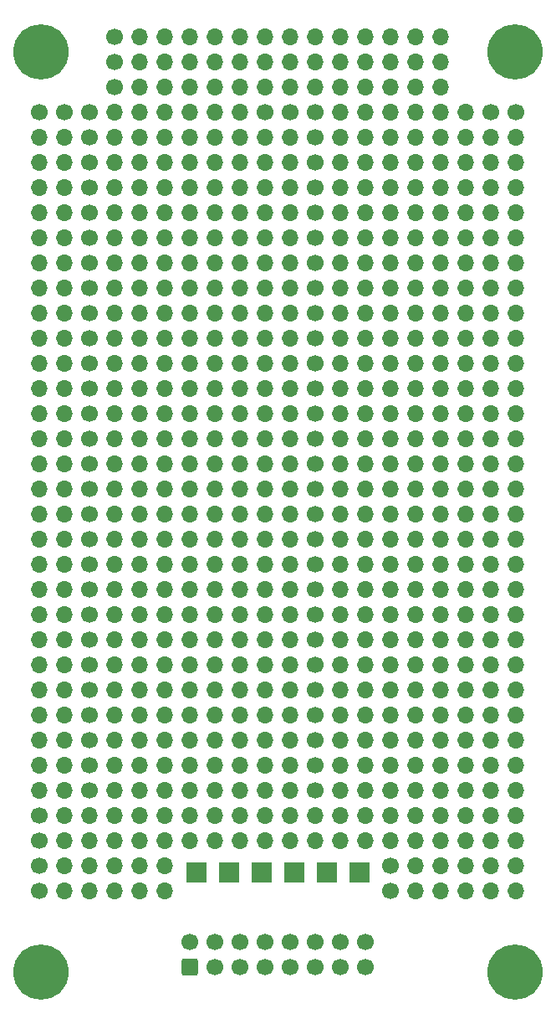
<source format=gbr>
%TF.GenerationSoftware,KiCad,Pcbnew,8.0.3*%
%TF.CreationDate,2024-07-30T20:58:31-04:00*%
%TF.ProjectId,synth-prototyping-pcb,73796e74-682d-4707-926f-746f74797069,1.0.0*%
%TF.SameCoordinates,Original*%
%TF.FileFunction,Copper,L1,Top*%
%TF.FilePolarity,Positive*%
%FSLAX46Y46*%
G04 Gerber Fmt 4.6, Leading zero omitted, Abs format (unit mm)*
G04 Created by KiCad (PCBNEW 8.0.3) date 2024-07-30 20:58:31*
%MOMM*%
%LPD*%
G01*
G04 APERTURE LIST*
G04 Aperture macros list*
%AMRoundRect*
0 Rectangle with rounded corners*
0 $1 Rounding radius*
0 $2 $3 $4 $5 $6 $7 $8 $9 X,Y pos of 4 corners*
0 Add a 4 corners polygon primitive as box body*
4,1,4,$2,$3,$4,$5,$6,$7,$8,$9,$2,$3,0*
0 Add four circle primitives for the rounded corners*
1,1,$1+$1,$2,$3*
1,1,$1+$1,$4,$5*
1,1,$1+$1,$6,$7*
1,1,$1+$1,$8,$9*
0 Add four rect primitives between the rounded corners*
20,1,$1+$1,$2,$3,$4,$5,0*
20,1,$1+$1,$4,$5,$6,$7,0*
20,1,$1+$1,$6,$7,$8,$9,0*
20,1,$1+$1,$8,$9,$2,$3,0*%
G04 Aperture macros list end*
%TA.AperFunction,ComponentPad*%
%ADD10C,1.700000*%
%TD*%
%TA.AperFunction,ComponentPad*%
%ADD11O,1.700000X1.700000*%
%TD*%
%TA.AperFunction,ComponentPad*%
%ADD12R,2.000000X2.000000*%
%TD*%
%TA.AperFunction,ComponentPad*%
%ADD13C,5.600000*%
%TD*%
%TA.AperFunction,ComponentPad*%
%ADD14RoundRect,0.250000X0.600000X-0.600000X0.600000X0.600000X-0.600000X0.600000X-0.600000X-0.600000X0*%
%TD*%
G04 APERTURE END LIST*
D10*
%TO.P,REF\u002A\u002A,1*%
%TO.N,N/C*%
X103352500Y-137520000D03*
D11*
%TO.P,REF\u002A\u002A,2*%
X105892500Y-137520000D03*
%TO.P,REF\u002A\u002A,3*%
X108432500Y-137520000D03*
%TO.P,REF\u002A\u002A,4*%
X110972500Y-137520000D03*
%TO.P,REF\u002A\u002A,5*%
X113512500Y-137520000D03*
%TO.P,REF\u002A\u002A,6*%
X116052500Y-137520000D03*
%TD*%
D10*
%TO.P,REF\u002A\u002A,1*%
%TO.N,N/C*%
X108432500Y-117200000D03*
D11*
%TO.P,REF\u002A\u002A,2*%
X110972500Y-117200000D03*
%TO.P,REF\u002A\u002A,3*%
X113512500Y-117200000D03*
%TO.P,REF\u002A\u002A,4*%
X116052500Y-117200000D03*
%TO.P,REF\u002A\u002A,5*%
X118592500Y-117200000D03*
%TO.P,REF\u002A\u002A,6*%
X121132500Y-117200000D03*
%TO.P,REF\u002A\u002A,7*%
X123672500Y-117200000D03*
%TD*%
D10*
%TO.P,REF\u002A\u002A,1*%
%TO.N,N/C*%
X108432500Y-91800000D03*
D11*
%TO.P,REF\u002A\u002A,2*%
X110972500Y-91800000D03*
%TO.P,REF\u002A\u002A,3*%
X113512500Y-91800000D03*
%TO.P,REF\u002A\u002A,4*%
X116052500Y-91800000D03*
%TO.P,REF\u002A\u002A,5*%
X118592500Y-91800000D03*
%TO.P,REF\u002A\u002A,6*%
X121132500Y-91800000D03*
%TO.P,REF\u002A\u002A,7*%
X123672500Y-91800000D03*
%TD*%
D10*
%TO.P,REF\u002A\u002A,1*%
%TO.N,N/C*%
X131292500Y-91800000D03*
D11*
%TO.P,REF\u002A\u002A,2*%
X133832500Y-91800000D03*
%TO.P,REF\u002A\u002A,3*%
X136372500Y-91800000D03*
%TO.P,REF\u002A\u002A,4*%
X138912500Y-91800000D03*
%TO.P,REF\u002A\u002A,5*%
X141452500Y-91800000D03*
%TO.P,REF\u002A\u002A,6*%
X143992500Y-91800000D03*
%TO.P,REF\u002A\u002A,7*%
X146532500Y-91800000D03*
%TD*%
D10*
%TO.P,REF\u002A\u002A,1*%
%TO.N,N/C*%
X131292500Y-99420000D03*
D11*
%TO.P,REF\u002A\u002A,2*%
X133832500Y-99420000D03*
%TO.P,REF\u002A\u002A,3*%
X136372500Y-99420000D03*
%TO.P,REF\u002A\u002A,4*%
X138912500Y-99420000D03*
%TO.P,REF\u002A\u002A,5*%
X141452500Y-99420000D03*
%TO.P,REF\u002A\u002A,6*%
X143992500Y-99420000D03*
%TO.P,REF\u002A\u002A,7*%
X146532500Y-99420000D03*
%TD*%
D10*
%TO.P,REF\u002A\u002A,1*%
%TO.N,N/C*%
X110972500Y-53700000D03*
D11*
%TO.P,REF\u002A\u002A,2*%
X113512500Y-53700000D03*
%TO.P,REF\u002A\u002A,3*%
X116052500Y-53700000D03*
%TO.P,REF\u002A\u002A,4*%
X118592500Y-53700000D03*
%TO.P,REF\u002A\u002A,5*%
X121132500Y-53700000D03*
%TO.P,REF\u002A\u002A,6*%
X123672500Y-53700000D03*
%TO.P,REF\u002A\u002A,7*%
X126212500Y-53700000D03*
%TO.P,REF\u002A\u002A,8*%
X128752500Y-53700000D03*
%TO.P,REF\u002A\u002A,9*%
X131292500Y-53700000D03*
%TO.P,REF\u002A\u002A,10*%
X133832500Y-53700000D03*
%TO.P,REF\u002A\u002A,11*%
X136372500Y-53700000D03*
%TO.P,REF\u002A\u002A,12*%
X138912500Y-53700000D03*
%TO.P,REF\u002A\u002A,13*%
X141452500Y-53700000D03*
%TO.P,REF\u002A\u002A,14*%
X143992500Y-53700000D03*
%TD*%
D10*
%TO.P,REF\u002A\u002A,1*%
%TO.N,N/C*%
X108432500Y-119740000D03*
D11*
%TO.P,REF\u002A\u002A,2*%
X110972500Y-119740000D03*
%TO.P,REF\u002A\u002A,3*%
X113512500Y-119740000D03*
%TO.P,REF\u002A\u002A,4*%
X116052500Y-119740000D03*
%TO.P,REF\u002A\u002A,5*%
X118592500Y-119740000D03*
%TO.P,REF\u002A\u002A,6*%
X121132500Y-119740000D03*
%TO.P,REF\u002A\u002A,7*%
X123672500Y-119740000D03*
%TD*%
D10*
%TO.P,REF\u002A\u002A,1*%
%TO.N,N/C*%
X131292500Y-89260000D03*
D11*
%TO.P,REF\u002A\u002A,2*%
X133832500Y-89260000D03*
%TO.P,REF\u002A\u002A,3*%
X136372500Y-89260000D03*
%TO.P,REF\u002A\u002A,4*%
X138912500Y-89260000D03*
%TO.P,REF\u002A\u002A,5*%
X141452500Y-89260000D03*
%TO.P,REF\u002A\u002A,6*%
X143992500Y-89260000D03*
%TO.P,REF\u002A\u002A,7*%
X146532500Y-89260000D03*
%TD*%
D10*
%TO.P,REF\u002A\u002A,1*%
%TO.N,N/C*%
X108432500Y-122280000D03*
D11*
%TO.P,REF\u002A\u002A,2*%
X110972500Y-122280000D03*
%TO.P,REF\u002A\u002A,3*%
X113512500Y-122280000D03*
%TO.P,REF\u002A\u002A,4*%
X116052500Y-122280000D03*
%TO.P,REF\u002A\u002A,5*%
X118592500Y-122280000D03*
%TO.P,REF\u002A\u002A,6*%
X121132500Y-122280000D03*
%TO.P,REF\u002A\u002A,7*%
X123672500Y-122280000D03*
%TD*%
D12*
%TO.P,TP5,1,1*%
%TO.N,CV*%
X132435500Y-135615000D03*
%TD*%
%TO.P,TP3,1,1*%
%TO.N,+12V*%
X125831500Y-135615000D03*
%TD*%
D10*
%TO.P,REF\u002A\u002A,1*%
%TO.N,N/C*%
X131292500Y-112120000D03*
D11*
%TO.P,REF\u002A\u002A,2*%
X133832500Y-112120000D03*
%TO.P,REF\u002A\u002A,3*%
X136372500Y-112120000D03*
%TO.P,REF\u002A\u002A,4*%
X138912500Y-112120000D03*
%TO.P,REF\u002A\u002A,5*%
X141452500Y-112120000D03*
%TO.P,REF\u002A\u002A,6*%
X143992500Y-112120000D03*
%TO.P,REF\u002A\u002A,7*%
X146532500Y-112120000D03*
%TD*%
D10*
%TO.P,REF\u002A\u002A,1*%
%TO.N,N/C*%
X128752500Y-58780000D03*
D11*
%TO.P,REF\u002A\u002A,2*%
X128752500Y-61320000D03*
%TO.P,REF\u002A\u002A,3*%
X128752500Y-63860000D03*
%TO.P,REF\u002A\u002A,4*%
X128752500Y-66400000D03*
%TO.P,REF\u002A\u002A,5*%
X128752500Y-68940000D03*
%TO.P,REF\u002A\u002A,6*%
X128752500Y-71480000D03*
%TO.P,REF\u002A\u002A,7*%
X128752500Y-74020000D03*
%TO.P,REF\u002A\u002A,8*%
X128752500Y-76560000D03*
%TO.P,REF\u002A\u002A,9*%
X128752500Y-79100000D03*
%TO.P,REF\u002A\u002A,10*%
X128752500Y-81640000D03*
%TO.P,REF\u002A\u002A,11*%
X128752500Y-84180000D03*
%TO.P,REF\u002A\u002A,12*%
X128752500Y-86720000D03*
%TO.P,REF\u002A\u002A,13*%
X128752500Y-89260000D03*
%TO.P,REF\u002A\u002A,14*%
X128752500Y-91800000D03*
%TO.P,REF\u002A\u002A,15*%
X128752500Y-94340000D03*
%TO.P,REF\u002A\u002A,16*%
X128752500Y-96880000D03*
%TO.P,REF\u002A\u002A,17*%
X128752500Y-99420000D03*
%TO.P,REF\u002A\u002A,18*%
X128752500Y-101960000D03*
%TO.P,REF\u002A\u002A,19*%
X128752500Y-104500000D03*
%TO.P,REF\u002A\u002A,20*%
X128752500Y-107040000D03*
%TO.P,REF\u002A\u002A,21*%
X128752500Y-109580000D03*
%TO.P,REF\u002A\u002A,22*%
X128752500Y-112120000D03*
%TO.P,REF\u002A\u002A,23*%
X128752500Y-114660000D03*
%TO.P,REF\u002A\u002A,24*%
X128752500Y-117200000D03*
%TO.P,REF\u002A\u002A,25*%
X128752500Y-119740000D03*
%TO.P,REF\u002A\u002A,26*%
X128752500Y-122280000D03*
%TO.P,REF\u002A\u002A,27*%
X128752500Y-124820000D03*
%TO.P,REF\u002A\u002A,28*%
X128752500Y-127360000D03*
%TD*%
D10*
%TO.P,REF\u002A\u002A,1*%
%TO.N,N/C*%
X103352500Y-58780000D03*
D11*
%TO.P,REF\u002A\u002A,2*%
X103352500Y-61320000D03*
%TO.P,REF\u002A\u002A,3*%
X103352500Y-63860000D03*
%TO.P,REF\u002A\u002A,4*%
X103352500Y-66400000D03*
%TO.P,REF\u002A\u002A,5*%
X103352500Y-68940000D03*
%TO.P,REF\u002A\u002A,6*%
X103352500Y-71480000D03*
%TO.P,REF\u002A\u002A,7*%
X103352500Y-74020000D03*
%TO.P,REF\u002A\u002A,8*%
X103352500Y-76560000D03*
%TO.P,REF\u002A\u002A,9*%
X103352500Y-79100000D03*
%TO.P,REF\u002A\u002A,10*%
X103352500Y-81640000D03*
%TO.P,REF\u002A\u002A,11*%
X103352500Y-84180000D03*
%TO.P,REF\u002A\u002A,12*%
X103352500Y-86720000D03*
%TO.P,REF\u002A\u002A,13*%
X103352500Y-89260000D03*
%TO.P,REF\u002A\u002A,14*%
X103352500Y-91800000D03*
%TO.P,REF\u002A\u002A,15*%
X103352500Y-94340000D03*
%TO.P,REF\u002A\u002A,16*%
X103352500Y-96880000D03*
%TO.P,REF\u002A\u002A,17*%
X103352500Y-99420000D03*
%TO.P,REF\u002A\u002A,18*%
X103352500Y-101960000D03*
%TO.P,REF\u002A\u002A,19*%
X103352500Y-104500000D03*
%TO.P,REF\u002A\u002A,20*%
X103352500Y-107040000D03*
%TO.P,REF\u002A\u002A,21*%
X103352500Y-109580000D03*
%TO.P,REF\u002A\u002A,22*%
X103352500Y-112120000D03*
%TO.P,REF\u002A\u002A,23*%
X103352500Y-114660000D03*
%TO.P,REF\u002A\u002A,24*%
X103352500Y-117200000D03*
%TO.P,REF\u002A\u002A,25*%
X103352500Y-119740000D03*
%TO.P,REF\u002A\u002A,26*%
X103352500Y-122280000D03*
%TO.P,REF\u002A\u002A,27*%
X103352500Y-124820000D03*
%TO.P,REF\u002A\u002A,28*%
X103352500Y-127360000D03*
%TD*%
D13*
%TO.P,M1,1*%
%TO.N,N/C*%
X103500000Y-145700000D03*
%TD*%
D10*
%TO.P,REF\u002A\u002A,1*%
%TO.N,N/C*%
X108432500Y-94340000D03*
D11*
%TO.P,REF\u002A\u002A,2*%
X110972500Y-94340000D03*
%TO.P,REF\u002A\u002A,3*%
X113512500Y-94340000D03*
%TO.P,REF\u002A\u002A,4*%
X116052500Y-94340000D03*
%TO.P,REF\u002A\u002A,5*%
X118592500Y-94340000D03*
%TO.P,REF\u002A\u002A,6*%
X121132500Y-94340000D03*
%TO.P,REF\u002A\u002A,7*%
X123672500Y-94340000D03*
%TD*%
D10*
%TO.P,REF\u002A\u002A,1*%
%TO.N,N/C*%
X108432500Y-101960000D03*
D11*
%TO.P,REF\u002A\u002A,2*%
X110972500Y-101960000D03*
%TO.P,REF\u002A\u002A,3*%
X113512500Y-101960000D03*
%TO.P,REF\u002A\u002A,4*%
X116052500Y-101960000D03*
%TO.P,REF\u002A\u002A,5*%
X118592500Y-101960000D03*
%TO.P,REF\u002A\u002A,6*%
X121132500Y-101960000D03*
%TO.P,REF\u002A\u002A,7*%
X123672500Y-101960000D03*
%TD*%
D10*
%TO.P,REF\u002A\u002A,1*%
%TO.N,N/C*%
X131292500Y-104500000D03*
D11*
%TO.P,REF\u002A\u002A,2*%
X133832500Y-104500000D03*
%TO.P,REF\u002A\u002A,3*%
X136372500Y-104500000D03*
%TO.P,REF\u002A\u002A,4*%
X138912500Y-104500000D03*
%TO.P,REF\u002A\u002A,5*%
X141452500Y-104500000D03*
%TO.P,REF\u002A\u002A,6*%
X143992500Y-104500000D03*
%TO.P,REF\u002A\u002A,7*%
X146532500Y-104500000D03*
%TD*%
D10*
%TO.P,REF\u002A\u002A,1*%
%TO.N,N/C*%
X108432500Y-68940000D03*
D11*
%TO.P,REF\u002A\u002A,2*%
X110972500Y-68940000D03*
%TO.P,REF\u002A\u002A,3*%
X113512500Y-68940000D03*
%TO.P,REF\u002A\u002A,4*%
X116052500Y-68940000D03*
%TO.P,REF\u002A\u002A,5*%
X118592500Y-68940000D03*
%TO.P,REF\u002A\u002A,6*%
X121132500Y-68940000D03*
%TO.P,REF\u002A\u002A,7*%
X123672500Y-68940000D03*
%TD*%
D10*
%TO.P,REF\u002A\u002A,1*%
%TO.N,N/C*%
X138912500Y-134980000D03*
D11*
%TO.P,REF\u002A\u002A,2*%
X141452500Y-134980000D03*
%TO.P,REF\u002A\u002A,3*%
X143992500Y-134980000D03*
%TO.P,REF\u002A\u002A,4*%
X146532500Y-134980000D03*
%TO.P,REF\u002A\u002A,5*%
X149072500Y-134980000D03*
%TO.P,REF\u002A\u002A,6*%
X151612500Y-134980000D03*
%TD*%
D10*
%TO.P,REF\u002A\u002A,1*%
%TO.N,N/C*%
X131292500Y-94340000D03*
D11*
%TO.P,REF\u002A\u002A,2*%
X133832500Y-94340000D03*
%TO.P,REF\u002A\u002A,3*%
X136372500Y-94340000D03*
%TO.P,REF\u002A\u002A,4*%
X138912500Y-94340000D03*
%TO.P,REF\u002A\u002A,5*%
X141452500Y-94340000D03*
%TO.P,REF\u002A\u002A,6*%
X143992500Y-94340000D03*
%TO.P,REF\u002A\u002A,7*%
X146532500Y-94340000D03*
%TD*%
D10*
%TO.P,REF\u002A\u002A,1*%
%TO.N,N/C*%
X108432500Y-99420000D03*
D11*
%TO.P,REF\u002A\u002A,2*%
X110972500Y-99420000D03*
%TO.P,REF\u002A\u002A,3*%
X113512500Y-99420000D03*
%TO.P,REF\u002A\u002A,4*%
X116052500Y-99420000D03*
%TO.P,REF\u002A\u002A,5*%
X118592500Y-99420000D03*
%TO.P,REF\u002A\u002A,6*%
X121132500Y-99420000D03*
%TO.P,REF\u002A\u002A,7*%
X123672500Y-99420000D03*
%TD*%
D10*
%TO.P,REF\u002A\u002A,1*%
%TO.N,N/C*%
X131292500Y-63860000D03*
D11*
%TO.P,REF\u002A\u002A,2*%
X133832500Y-63860000D03*
%TO.P,REF\u002A\u002A,3*%
X136372500Y-63860000D03*
%TO.P,REF\u002A\u002A,4*%
X138912500Y-63860000D03*
%TO.P,REF\u002A\u002A,5*%
X141452500Y-63860000D03*
%TO.P,REF\u002A\u002A,6*%
X143992500Y-63860000D03*
%TO.P,REF\u002A\u002A,7*%
X146532500Y-63860000D03*
%TD*%
D14*
%TO.P,J1,1,Pin_1*%
%TO.N,-12V*%
X118592500Y-145240000D03*
D10*
%TO.P,J1,2,Pin_2*%
X118592500Y-142700000D03*
%TO.P,J1,3,Pin_3*%
%TO.N,GND*%
X121132500Y-145240000D03*
%TO.P,J1,4,Pin_4*%
X121132500Y-142700000D03*
%TO.P,J1,5,Pin_5*%
X123672500Y-145240000D03*
%TO.P,J1,6,Pin_6*%
X123672500Y-142700000D03*
%TO.P,J1,7,Pin_7*%
X126212500Y-145240000D03*
%TO.P,J1,8,Pin_8*%
X126212500Y-142700000D03*
%TO.P,J1,9,Pin_9*%
%TO.N,+12V*%
X128752500Y-145240000D03*
%TO.P,J1,10,Pin_10*%
X128752500Y-142700000D03*
%TO.P,J1,11,Pin_11*%
%TO.N,+5V*%
X131292500Y-145240000D03*
%TO.P,J1,12,Pin_12*%
X131292500Y-142700000D03*
%TO.P,J1,13,Pin_13*%
%TO.N,CV*%
X133832500Y-145240000D03*
%TO.P,J1,14,Pin_14*%
X133832500Y-142700000D03*
%TO.P,J1,15,Pin_15*%
%TO.N,GATE*%
X136372500Y-145240000D03*
%TO.P,J1,16,Pin_16*%
X136372500Y-142700000D03*
%TD*%
%TO.P,REF\u002A\u002A,1*%
%TO.N,N/C*%
X108432500Y-74020000D03*
D11*
%TO.P,REF\u002A\u002A,2*%
X110972500Y-74020000D03*
%TO.P,REF\u002A\u002A,3*%
X113512500Y-74020000D03*
%TO.P,REF\u002A\u002A,4*%
X116052500Y-74020000D03*
%TO.P,REF\u002A\u002A,5*%
X118592500Y-74020000D03*
%TO.P,REF\u002A\u002A,6*%
X121132500Y-74020000D03*
%TO.P,REF\u002A\u002A,7*%
X123672500Y-74020000D03*
%TD*%
D10*
%TO.P,REF\u002A\u002A,1*%
%TO.N,N/C*%
X108432500Y-114660000D03*
D11*
%TO.P,REF\u002A\u002A,2*%
X110972500Y-114660000D03*
%TO.P,REF\u002A\u002A,3*%
X113512500Y-114660000D03*
%TO.P,REF\u002A\u002A,4*%
X116052500Y-114660000D03*
%TO.P,REF\u002A\u002A,5*%
X118592500Y-114660000D03*
%TO.P,REF\u002A\u002A,6*%
X121132500Y-114660000D03*
%TO.P,REF\u002A\u002A,7*%
X123672500Y-114660000D03*
%TD*%
D10*
%TO.P,REF\u002A\u002A,1*%
%TO.N,N/C*%
X131292500Y-76560000D03*
D11*
%TO.P,REF\u002A\u002A,2*%
X133832500Y-76560000D03*
%TO.P,REF\u002A\u002A,3*%
X136372500Y-76560000D03*
%TO.P,REF\u002A\u002A,4*%
X138912500Y-76560000D03*
%TO.P,REF\u002A\u002A,5*%
X141452500Y-76560000D03*
%TO.P,REF\u002A\u002A,6*%
X143992500Y-76560000D03*
%TO.P,REF\u002A\u002A,7*%
X146532500Y-76560000D03*
%TD*%
D10*
%TO.P,REF\u002A\u002A,1*%
%TO.N,N/C*%
X131292500Y-84180000D03*
D11*
%TO.P,REF\u002A\u002A,2*%
X133832500Y-84180000D03*
%TO.P,REF\u002A\u002A,3*%
X136372500Y-84180000D03*
%TO.P,REF\u002A\u002A,4*%
X138912500Y-84180000D03*
%TO.P,REF\u002A\u002A,5*%
X141452500Y-84180000D03*
%TO.P,REF\u002A\u002A,6*%
X143992500Y-84180000D03*
%TO.P,REF\u002A\u002A,7*%
X146532500Y-84180000D03*
%TD*%
D10*
%TO.P,REF\u002A\u002A,1*%
%TO.N,N/C*%
X108432500Y-112120000D03*
D11*
%TO.P,REF\u002A\u002A,2*%
X110972500Y-112120000D03*
%TO.P,REF\u002A\u002A,3*%
X113512500Y-112120000D03*
%TO.P,REF\u002A\u002A,4*%
X116052500Y-112120000D03*
%TO.P,REF\u002A\u002A,5*%
X118592500Y-112120000D03*
%TO.P,REF\u002A\u002A,6*%
X121132500Y-112120000D03*
%TO.P,REF\u002A\u002A,7*%
X123672500Y-112120000D03*
%TD*%
D10*
%TO.P,REF\u002A\u002A,1*%
%TO.N,N/C*%
X108432500Y-127360000D03*
D11*
%TO.P,REF\u002A\u002A,2*%
X110972500Y-127360000D03*
%TO.P,REF\u002A\u002A,3*%
X113512500Y-127360000D03*
%TO.P,REF\u002A\u002A,4*%
X116052500Y-127360000D03*
%TO.P,REF\u002A\u002A,5*%
X118592500Y-127360000D03*
%TO.P,REF\u002A\u002A,6*%
X121132500Y-127360000D03*
%TO.P,REF\u002A\u002A,7*%
X123672500Y-127360000D03*
%TD*%
D10*
%TO.P,REF\u002A\u002A,1*%
%TO.N,N/C*%
X131292500Y-68940000D03*
D11*
%TO.P,REF\u002A\u002A,2*%
X133832500Y-68940000D03*
%TO.P,REF\u002A\u002A,3*%
X136372500Y-68940000D03*
%TO.P,REF\u002A\u002A,4*%
X138912500Y-68940000D03*
%TO.P,REF\u002A\u002A,5*%
X141452500Y-68940000D03*
%TO.P,REF\u002A\u002A,6*%
X143992500Y-68940000D03*
%TO.P,REF\u002A\u002A,7*%
X146532500Y-68940000D03*
%TD*%
D10*
%TO.P,REF\u002A\u002A,1*%
%TO.N,N/C*%
X108432500Y-107040000D03*
D11*
%TO.P,REF\u002A\u002A,2*%
X110972500Y-107040000D03*
%TO.P,REF\u002A\u002A,3*%
X113512500Y-107040000D03*
%TO.P,REF\u002A\u002A,4*%
X116052500Y-107040000D03*
%TO.P,REF\u002A\u002A,5*%
X118592500Y-107040000D03*
%TO.P,REF\u002A\u002A,6*%
X121132500Y-107040000D03*
%TO.P,REF\u002A\u002A,7*%
X123672500Y-107040000D03*
%TD*%
D10*
%TO.P,REF\u002A\u002A,1*%
%TO.N,N/C*%
X131292500Y-109580000D03*
D11*
%TO.P,REF\u002A\u002A,2*%
X133832500Y-109580000D03*
%TO.P,REF\u002A\u002A,3*%
X136372500Y-109580000D03*
%TO.P,REF\u002A\u002A,4*%
X138912500Y-109580000D03*
%TO.P,REF\u002A\u002A,5*%
X141452500Y-109580000D03*
%TO.P,REF\u002A\u002A,6*%
X143992500Y-109580000D03*
%TO.P,REF\u002A\u002A,7*%
X146532500Y-109580000D03*
%TD*%
D10*
%TO.P,REF\u002A\u002A,1*%
%TO.N,N/C*%
X108432500Y-79100000D03*
D11*
%TO.P,REF\u002A\u002A,2*%
X110972500Y-79100000D03*
%TO.P,REF\u002A\u002A,3*%
X113512500Y-79100000D03*
%TO.P,REF\u002A\u002A,4*%
X116052500Y-79100000D03*
%TO.P,REF\u002A\u002A,5*%
X118592500Y-79100000D03*
%TO.P,REF\u002A\u002A,6*%
X121132500Y-79100000D03*
%TO.P,REF\u002A\u002A,7*%
X123672500Y-79100000D03*
%TD*%
D10*
%TO.P,REF\u002A\u002A,1*%
%TO.N,N/C*%
X131292500Y-122280000D03*
D11*
%TO.P,REF\u002A\u002A,2*%
X133832500Y-122280000D03*
%TO.P,REF\u002A\u002A,3*%
X136372500Y-122280000D03*
%TO.P,REF\u002A\u002A,4*%
X138912500Y-122280000D03*
%TO.P,REF\u002A\u002A,5*%
X141452500Y-122280000D03*
%TO.P,REF\u002A\u002A,6*%
X143992500Y-122280000D03*
%TO.P,REF\u002A\u002A,7*%
X146532500Y-122280000D03*
%TD*%
D10*
%TO.P,REF\u002A\u002A,1*%
%TO.N,N/C*%
X108432500Y-86720000D03*
D11*
%TO.P,REF\u002A\u002A,2*%
X110972500Y-86720000D03*
%TO.P,REF\u002A\u002A,3*%
X113512500Y-86720000D03*
%TO.P,REF\u002A\u002A,4*%
X116052500Y-86720000D03*
%TO.P,REF\u002A\u002A,5*%
X118592500Y-86720000D03*
%TO.P,REF\u002A\u002A,6*%
X121132500Y-86720000D03*
%TO.P,REF\u002A\u002A,7*%
X123672500Y-86720000D03*
%TD*%
D10*
%TO.P,REF\u002A\u002A,1*%
%TO.N,N/C*%
X108432500Y-84180000D03*
D11*
%TO.P,REF\u002A\u002A,2*%
X110972500Y-84180000D03*
%TO.P,REF\u002A\u002A,3*%
X113512500Y-84180000D03*
%TO.P,REF\u002A\u002A,4*%
X116052500Y-84180000D03*
%TO.P,REF\u002A\u002A,5*%
X118592500Y-84180000D03*
%TO.P,REF\u002A\u002A,6*%
X121132500Y-84180000D03*
%TO.P,REF\u002A\u002A,7*%
X123672500Y-84180000D03*
%TD*%
D10*
%TO.P,REF\u002A\u002A,1*%
%TO.N,N/C*%
X108432500Y-61320000D03*
D11*
%TO.P,REF\u002A\u002A,2*%
X110972500Y-61320000D03*
%TO.P,REF\u002A\u002A,3*%
X113512500Y-61320000D03*
%TO.P,REF\u002A\u002A,4*%
X116052500Y-61320000D03*
%TO.P,REF\u002A\u002A,5*%
X118592500Y-61320000D03*
%TO.P,REF\u002A\u002A,6*%
X121132500Y-61320000D03*
%TO.P,REF\u002A\u002A,7*%
X123672500Y-61320000D03*
%TD*%
D10*
%TO.P,REF\u002A\u002A,1*%
%TO.N,N/C*%
X131292500Y-74020000D03*
D11*
%TO.P,REF\u002A\u002A,2*%
X133832500Y-74020000D03*
%TO.P,REF\u002A\u002A,3*%
X136372500Y-74020000D03*
%TO.P,REF\u002A\u002A,4*%
X138912500Y-74020000D03*
%TO.P,REF\u002A\u002A,5*%
X141452500Y-74020000D03*
%TO.P,REF\u002A\u002A,6*%
X143992500Y-74020000D03*
%TO.P,REF\u002A\u002A,7*%
X146532500Y-74020000D03*
%TD*%
D13*
%TO.P,M1,1*%
%TO.N,N/C*%
X151500000Y-145700000D03*
%TD*%
D10*
%TO.P,REF\u002A\u002A,1*%
%TO.N,N/C*%
X131292500Y-107040000D03*
D11*
%TO.P,REF\u002A\u002A,2*%
X133832500Y-107040000D03*
%TO.P,REF\u002A\u002A,3*%
X136372500Y-107040000D03*
%TO.P,REF\u002A\u002A,4*%
X138912500Y-107040000D03*
%TO.P,REF\u002A\u002A,5*%
X141452500Y-107040000D03*
%TO.P,REF\u002A\u002A,6*%
X143992500Y-107040000D03*
%TO.P,REF\u002A\u002A,7*%
X146532500Y-107040000D03*
%TD*%
D12*
%TO.P,TP2,1,1*%
%TO.N,GND*%
X122529500Y-135615000D03*
%TD*%
D10*
%TO.P,REF\u002A\u002A,1*%
%TO.N,N/C*%
X110972500Y-56240000D03*
D11*
%TO.P,REF\u002A\u002A,2*%
X113512500Y-56240000D03*
%TO.P,REF\u002A\u002A,3*%
X116052500Y-56240000D03*
%TO.P,REF\u002A\u002A,4*%
X118592500Y-56240000D03*
%TO.P,REF\u002A\u002A,5*%
X121132500Y-56240000D03*
%TO.P,REF\u002A\u002A,6*%
X123672500Y-56240000D03*
%TO.P,REF\u002A\u002A,7*%
X126212500Y-56240000D03*
%TO.P,REF\u002A\u002A,8*%
X128752500Y-56240000D03*
%TO.P,REF\u002A\u002A,9*%
X131292500Y-56240000D03*
%TO.P,REF\u002A\u002A,10*%
X133832500Y-56240000D03*
%TO.P,REF\u002A\u002A,11*%
X136372500Y-56240000D03*
%TO.P,REF\u002A\u002A,12*%
X138912500Y-56240000D03*
%TO.P,REF\u002A\u002A,13*%
X141452500Y-56240000D03*
%TO.P,REF\u002A\u002A,14*%
X143992500Y-56240000D03*
%TD*%
D10*
%TO.P,REF\u002A\u002A,1*%
%TO.N,N/C*%
X131292500Y-86720000D03*
D11*
%TO.P,REF\u002A\u002A,2*%
X133832500Y-86720000D03*
%TO.P,REF\u002A\u002A,3*%
X136372500Y-86720000D03*
%TO.P,REF\u002A\u002A,4*%
X138912500Y-86720000D03*
%TO.P,REF\u002A\u002A,5*%
X141452500Y-86720000D03*
%TO.P,REF\u002A\u002A,6*%
X143992500Y-86720000D03*
%TO.P,REF\u002A\u002A,7*%
X146532500Y-86720000D03*
%TD*%
D10*
%TO.P,REF\u002A\u002A,1*%
%TO.N,N/C*%
X108432500Y-66400000D03*
D11*
%TO.P,REF\u002A\u002A,2*%
X110972500Y-66400000D03*
%TO.P,REF\u002A\u002A,3*%
X113512500Y-66400000D03*
%TO.P,REF\u002A\u002A,4*%
X116052500Y-66400000D03*
%TO.P,REF\u002A\u002A,5*%
X118592500Y-66400000D03*
%TO.P,REF\u002A\u002A,6*%
X121132500Y-66400000D03*
%TO.P,REF\u002A\u002A,7*%
X123672500Y-66400000D03*
%TD*%
D13*
%TO.P,M1,1*%
%TO.N,N/C*%
X103500000Y-52700000D03*
%TD*%
D10*
%TO.P,REF\u002A\u002A,1*%
%TO.N,N/C*%
X131292500Y-96880000D03*
D11*
%TO.P,REF\u002A\u002A,2*%
X133832500Y-96880000D03*
%TO.P,REF\u002A\u002A,3*%
X136372500Y-96880000D03*
%TO.P,REF\u002A\u002A,4*%
X138912500Y-96880000D03*
%TO.P,REF\u002A\u002A,5*%
X141452500Y-96880000D03*
%TO.P,REF\u002A\u002A,6*%
X143992500Y-96880000D03*
%TO.P,REF\u002A\u002A,7*%
X146532500Y-96880000D03*
%TD*%
D10*
%TO.P,REF\u002A\u002A,1*%
%TO.N,N/C*%
X131292500Y-71480000D03*
D11*
%TO.P,REF\u002A\u002A,2*%
X133832500Y-71480000D03*
%TO.P,REF\u002A\u002A,3*%
X136372500Y-71480000D03*
%TO.P,REF\u002A\u002A,4*%
X138912500Y-71480000D03*
%TO.P,REF\u002A\u002A,5*%
X141452500Y-71480000D03*
%TO.P,REF\u002A\u002A,6*%
X143992500Y-71480000D03*
%TO.P,REF\u002A\u002A,7*%
X146532500Y-71480000D03*
%TD*%
D10*
%TO.P,REF\u002A\u002A,1*%
%TO.N,N/C*%
X131292500Y-58780000D03*
D11*
%TO.P,REF\u002A\u002A,2*%
X133832500Y-58780000D03*
%TO.P,REF\u002A\u002A,3*%
X136372500Y-58780000D03*
%TO.P,REF\u002A\u002A,4*%
X138912500Y-58780000D03*
%TO.P,REF\u002A\u002A,5*%
X141452500Y-58780000D03*
%TO.P,REF\u002A\u002A,6*%
X143992500Y-58780000D03*
%TO.P,REF\u002A\u002A,7*%
X146532500Y-58780000D03*
%TD*%
D10*
%TO.P,REF\u002A\u002A,1*%
%TO.N,N/C*%
X108432500Y-81640000D03*
D11*
%TO.P,REF\u002A\u002A,2*%
X110972500Y-81640000D03*
%TO.P,REF\u002A\u002A,3*%
X113512500Y-81640000D03*
%TO.P,REF\u002A\u002A,4*%
X116052500Y-81640000D03*
%TO.P,REF\u002A\u002A,5*%
X118592500Y-81640000D03*
%TO.P,REF\u002A\u002A,6*%
X121132500Y-81640000D03*
%TO.P,REF\u002A\u002A,7*%
X123672500Y-81640000D03*
%TD*%
D10*
%TO.P,REF\u002A\u002A,1*%
%TO.N,N/C*%
X151612500Y-58780000D03*
D11*
%TO.P,REF\u002A\u002A,2*%
X151612500Y-61320000D03*
%TO.P,REF\u002A\u002A,3*%
X151612500Y-63860000D03*
%TO.P,REF\u002A\u002A,4*%
X151612500Y-66400000D03*
%TO.P,REF\u002A\u002A,5*%
X151612500Y-68940000D03*
%TO.P,REF\u002A\u002A,6*%
X151612500Y-71480000D03*
%TO.P,REF\u002A\u002A,7*%
X151612500Y-74020000D03*
%TO.P,REF\u002A\u002A,8*%
X151612500Y-76560000D03*
%TO.P,REF\u002A\u002A,9*%
X151612500Y-79100000D03*
%TO.P,REF\u002A\u002A,10*%
X151612500Y-81640000D03*
%TO.P,REF\u002A\u002A,11*%
X151612500Y-84180000D03*
%TO.P,REF\u002A\u002A,12*%
X151612500Y-86720000D03*
%TO.P,REF\u002A\u002A,13*%
X151612500Y-89260000D03*
%TO.P,REF\u002A\u002A,14*%
X151612500Y-91800000D03*
%TO.P,REF\u002A\u002A,15*%
X151612500Y-94340000D03*
%TO.P,REF\u002A\u002A,16*%
X151612500Y-96880000D03*
%TO.P,REF\u002A\u002A,17*%
X151612500Y-99420000D03*
%TO.P,REF\u002A\u002A,18*%
X151612500Y-101960000D03*
%TO.P,REF\u002A\u002A,19*%
X151612500Y-104500000D03*
%TO.P,REF\u002A\u002A,20*%
X151612500Y-107040000D03*
%TO.P,REF\u002A\u002A,21*%
X151612500Y-109580000D03*
%TO.P,REF\u002A\u002A,22*%
X151612500Y-112120000D03*
%TO.P,REF\u002A\u002A,23*%
X151612500Y-114660000D03*
%TO.P,REF\u002A\u002A,24*%
X151612500Y-117200000D03*
%TO.P,REF\u002A\u002A,25*%
X151612500Y-119740000D03*
%TO.P,REF\u002A\u002A,26*%
X151612500Y-122280000D03*
%TO.P,REF\u002A\u002A,27*%
X151612500Y-124820000D03*
%TO.P,REF\u002A\u002A,28*%
X151612500Y-127360000D03*
%TD*%
D12*
%TO.P,TP1,1,1*%
%TO.N,+5V*%
X129133500Y-135615000D03*
%TD*%
D13*
%TO.P,M1,1*%
%TO.N,N/C*%
X151500000Y-52700000D03*
%TD*%
D10*
%TO.P,REF\u002A\u002A,1*%
%TO.N,N/C*%
X149072500Y-58780000D03*
D11*
%TO.P,REF\u002A\u002A,2*%
X149072500Y-61320000D03*
%TO.P,REF\u002A\u002A,3*%
X149072500Y-63860000D03*
%TO.P,REF\u002A\u002A,4*%
X149072500Y-66400000D03*
%TO.P,REF\u002A\u002A,5*%
X149072500Y-68940000D03*
%TO.P,REF\u002A\u002A,6*%
X149072500Y-71480000D03*
%TO.P,REF\u002A\u002A,7*%
X149072500Y-74020000D03*
%TO.P,REF\u002A\u002A,8*%
X149072500Y-76560000D03*
%TO.P,REF\u002A\u002A,9*%
X149072500Y-79100000D03*
%TO.P,REF\u002A\u002A,10*%
X149072500Y-81640000D03*
%TO.P,REF\u002A\u002A,11*%
X149072500Y-84180000D03*
%TO.P,REF\u002A\u002A,12*%
X149072500Y-86720000D03*
%TO.P,REF\u002A\u002A,13*%
X149072500Y-89260000D03*
%TO.P,REF\u002A\u002A,14*%
X149072500Y-91800000D03*
%TO.P,REF\u002A\u002A,15*%
X149072500Y-94340000D03*
%TO.P,REF\u002A\u002A,16*%
X149072500Y-96880000D03*
%TO.P,REF\u002A\u002A,17*%
X149072500Y-99420000D03*
%TO.P,REF\u002A\u002A,18*%
X149072500Y-101960000D03*
%TO.P,REF\u002A\u002A,19*%
X149072500Y-104500000D03*
%TO.P,REF\u002A\u002A,20*%
X149072500Y-107040000D03*
%TO.P,REF\u002A\u002A,21*%
X149072500Y-109580000D03*
%TO.P,REF\u002A\u002A,22*%
X149072500Y-112120000D03*
%TO.P,REF\u002A\u002A,23*%
X149072500Y-114660000D03*
%TO.P,REF\u002A\u002A,24*%
X149072500Y-117200000D03*
%TO.P,REF\u002A\u002A,25*%
X149072500Y-119740000D03*
%TO.P,REF\u002A\u002A,26*%
X149072500Y-122280000D03*
%TO.P,REF\u002A\u002A,27*%
X149072500Y-124820000D03*
%TO.P,REF\u002A\u002A,28*%
X149072500Y-127360000D03*
%TD*%
D10*
%TO.P,REF\u002A\u002A,1*%
%TO.N,N/C*%
X103352500Y-132440000D03*
D11*
%TO.P,REF\u002A\u002A,2*%
X105892500Y-132440000D03*
%TO.P,REF\u002A\u002A,3*%
X108432500Y-132440000D03*
%TO.P,REF\u002A\u002A,4*%
X110972500Y-132440000D03*
%TO.P,REF\u002A\u002A,5*%
X113512500Y-132440000D03*
%TO.P,REF\u002A\u002A,6*%
X116052500Y-132440000D03*
%TO.P,REF\u002A\u002A,7*%
X118592500Y-132440000D03*
%TO.P,REF\u002A\u002A,8*%
X121132500Y-132440000D03*
%TO.P,REF\u002A\u002A,9*%
X123672500Y-132440000D03*
%TO.P,REF\u002A\u002A,10*%
X126212500Y-132440000D03*
%TO.P,REF\u002A\u002A,11*%
X128752500Y-132440000D03*
%TO.P,REF\u002A\u002A,12*%
X131292500Y-132440000D03*
%TO.P,REF\u002A\u002A,13*%
X133832500Y-132440000D03*
%TO.P,REF\u002A\u002A,14*%
X136372500Y-132440000D03*
%TO.P,REF\u002A\u002A,15*%
X138912500Y-132440000D03*
%TO.P,REF\u002A\u002A,16*%
X141452500Y-132440000D03*
%TO.P,REF\u002A\u002A,17*%
X143992500Y-132440000D03*
%TO.P,REF\u002A\u002A,18*%
X146532500Y-132440000D03*
%TO.P,REF\u002A\u002A,19*%
X149072500Y-132440000D03*
%TO.P,REF\u002A\u002A,20*%
X151612500Y-132440000D03*
%TD*%
D10*
%TO.P,REF\u002A\u002A,1*%
%TO.N,N/C*%
X131292500Y-81640000D03*
D11*
%TO.P,REF\u002A\u002A,2*%
X133832500Y-81640000D03*
%TO.P,REF\u002A\u002A,3*%
X136372500Y-81640000D03*
%TO.P,REF\u002A\u002A,4*%
X138912500Y-81640000D03*
%TO.P,REF\u002A\u002A,5*%
X141452500Y-81640000D03*
%TO.P,REF\u002A\u002A,6*%
X143992500Y-81640000D03*
%TO.P,REF\u002A\u002A,7*%
X146532500Y-81640000D03*
%TD*%
D10*
%TO.P,REF\u002A\u002A,1*%
%TO.N,N/C*%
X103352500Y-129900000D03*
D11*
%TO.P,REF\u002A\u002A,2*%
X105892500Y-129900000D03*
%TO.P,REF\u002A\u002A,3*%
X108432500Y-129900000D03*
%TO.P,REF\u002A\u002A,4*%
X110972500Y-129900000D03*
%TO.P,REF\u002A\u002A,5*%
X113512500Y-129900000D03*
%TO.P,REF\u002A\u002A,6*%
X116052500Y-129900000D03*
%TO.P,REF\u002A\u002A,7*%
X118592500Y-129900000D03*
%TO.P,REF\u002A\u002A,8*%
X121132500Y-129900000D03*
%TO.P,REF\u002A\u002A,9*%
X123672500Y-129900000D03*
%TO.P,REF\u002A\u002A,10*%
X126212500Y-129900000D03*
%TO.P,REF\u002A\u002A,11*%
X128752500Y-129900000D03*
%TO.P,REF\u002A\u002A,12*%
X131292500Y-129900000D03*
%TO.P,REF\u002A\u002A,13*%
X133832500Y-129900000D03*
%TO.P,REF\u002A\u002A,14*%
X136372500Y-129900000D03*
%TO.P,REF\u002A\u002A,15*%
X138912500Y-129900000D03*
%TO.P,REF\u002A\u002A,16*%
X141452500Y-129900000D03*
%TO.P,REF\u002A\u002A,17*%
X143992500Y-129900000D03*
%TO.P,REF\u002A\u002A,18*%
X146532500Y-129900000D03*
%TO.P,REF\u002A\u002A,19*%
X149072500Y-129900000D03*
%TO.P,REF\u002A\u002A,20*%
X151612500Y-129900000D03*
%TD*%
D10*
%TO.P,REF\u002A\u002A,1*%
%TO.N,N/C*%
X108432500Y-104500000D03*
D11*
%TO.P,REF\u002A\u002A,2*%
X110972500Y-104500000D03*
%TO.P,REF\u002A\u002A,3*%
X113512500Y-104500000D03*
%TO.P,REF\u002A\u002A,4*%
X116052500Y-104500000D03*
%TO.P,REF\u002A\u002A,5*%
X118592500Y-104500000D03*
%TO.P,REF\u002A\u002A,6*%
X121132500Y-104500000D03*
%TO.P,REF\u002A\u002A,7*%
X123672500Y-104500000D03*
%TD*%
D10*
%TO.P,REF\u002A\u002A,1*%
%TO.N,N/C*%
X131292500Y-124820000D03*
D11*
%TO.P,REF\u002A\u002A,2*%
X133832500Y-124820000D03*
%TO.P,REF\u002A\u002A,3*%
X136372500Y-124820000D03*
%TO.P,REF\u002A\u002A,4*%
X138912500Y-124820000D03*
%TO.P,REF\u002A\u002A,5*%
X141452500Y-124820000D03*
%TO.P,REF\u002A\u002A,6*%
X143992500Y-124820000D03*
%TO.P,REF\u002A\u002A,7*%
X146532500Y-124820000D03*
%TD*%
D10*
%TO.P,REF\u002A\u002A,1*%
%TO.N,N/C*%
X103327500Y-134980000D03*
D11*
%TO.P,REF\u002A\u002A,2*%
X105867500Y-134980000D03*
%TO.P,REF\u002A\u002A,3*%
X108407500Y-134980000D03*
%TO.P,REF\u002A\u002A,4*%
X110947500Y-134980000D03*
%TO.P,REF\u002A\u002A,5*%
X113487500Y-134980000D03*
%TO.P,REF\u002A\u002A,6*%
X116027500Y-134980000D03*
%TD*%
D10*
%TO.P,REF\u002A\u002A,1*%
%TO.N,N/C*%
X108432500Y-76560000D03*
D11*
%TO.P,REF\u002A\u002A,2*%
X110972500Y-76560000D03*
%TO.P,REF\u002A\u002A,3*%
X113512500Y-76560000D03*
%TO.P,REF\u002A\u002A,4*%
X116052500Y-76560000D03*
%TO.P,REF\u002A\u002A,5*%
X118592500Y-76560000D03*
%TO.P,REF\u002A\u002A,6*%
X121132500Y-76560000D03*
%TO.P,REF\u002A\u002A,7*%
X123672500Y-76560000D03*
%TD*%
D10*
%TO.P,REF\u002A\u002A,1*%
%TO.N,N/C*%
X131292500Y-117200000D03*
D11*
%TO.P,REF\u002A\u002A,2*%
X133832500Y-117200000D03*
%TO.P,REF\u002A\u002A,3*%
X136372500Y-117200000D03*
%TO.P,REF\u002A\u002A,4*%
X138912500Y-117200000D03*
%TO.P,REF\u002A\u002A,5*%
X141452500Y-117200000D03*
%TO.P,REF\u002A\u002A,6*%
X143992500Y-117200000D03*
%TO.P,REF\u002A\u002A,7*%
X146532500Y-117200000D03*
%TD*%
D10*
%TO.P,REF\u002A\u002A,1*%
%TO.N,N/C*%
X138912500Y-137520000D03*
D11*
%TO.P,REF\u002A\u002A,2*%
X141452500Y-137520000D03*
%TO.P,REF\u002A\u002A,3*%
X143992500Y-137520000D03*
%TO.P,REF\u002A\u002A,4*%
X146532500Y-137520000D03*
%TO.P,REF\u002A\u002A,5*%
X149072500Y-137520000D03*
%TO.P,REF\u002A\u002A,6*%
X151612500Y-137520000D03*
%TD*%
D10*
%TO.P,REF\u002A\u002A,1*%
%TO.N,N/C*%
X131292500Y-127360000D03*
D11*
%TO.P,REF\u002A\u002A,2*%
X133832500Y-127360000D03*
%TO.P,REF\u002A\u002A,3*%
X136372500Y-127360000D03*
%TO.P,REF\u002A\u002A,4*%
X138912500Y-127360000D03*
%TO.P,REF\u002A\u002A,5*%
X141452500Y-127360000D03*
%TO.P,REF\u002A\u002A,6*%
X143992500Y-127360000D03*
%TO.P,REF\u002A\u002A,7*%
X146532500Y-127360000D03*
%TD*%
D10*
%TO.P,REF\u002A\u002A,1*%
%TO.N,N/C*%
X110972500Y-51160000D03*
D11*
%TO.P,REF\u002A\u002A,2*%
X113512500Y-51160000D03*
%TO.P,REF\u002A\u002A,3*%
X116052500Y-51160000D03*
%TO.P,REF\u002A\u002A,4*%
X118592500Y-51160000D03*
%TO.P,REF\u002A\u002A,5*%
X121132500Y-51160000D03*
%TO.P,REF\u002A\u002A,6*%
X123672500Y-51160000D03*
%TO.P,REF\u002A\u002A,7*%
X126212500Y-51160000D03*
%TO.P,REF\u002A\u002A,8*%
X128752500Y-51160000D03*
%TO.P,REF\u002A\u002A,9*%
X131292500Y-51160000D03*
%TO.P,REF\u002A\u002A,10*%
X133832500Y-51160000D03*
%TO.P,REF\u002A\u002A,11*%
X136372500Y-51160000D03*
%TO.P,REF\u002A\u002A,12*%
X138912500Y-51160000D03*
%TO.P,REF\u002A\u002A,13*%
X141452500Y-51160000D03*
%TO.P,REF\u002A\u002A,14*%
X143992500Y-51160000D03*
%TD*%
D10*
%TO.P,REF\u002A\u002A,1*%
%TO.N,N/C*%
X108432500Y-58780000D03*
D11*
%TO.P,REF\u002A\u002A,2*%
X110972500Y-58780000D03*
%TO.P,REF\u002A\u002A,3*%
X113512500Y-58780000D03*
%TO.P,REF\u002A\u002A,4*%
X116052500Y-58780000D03*
%TO.P,REF\u002A\u002A,5*%
X118592500Y-58780000D03*
%TO.P,REF\u002A\u002A,6*%
X121132500Y-58780000D03*
%TO.P,REF\u002A\u002A,7*%
X123672500Y-58780000D03*
%TD*%
D10*
%TO.P,REF\u002A\u002A,1*%
%TO.N,N/C*%
X108432500Y-71480000D03*
D11*
%TO.P,REF\u002A\u002A,2*%
X110972500Y-71480000D03*
%TO.P,REF\u002A\u002A,3*%
X113512500Y-71480000D03*
%TO.P,REF\u002A\u002A,4*%
X116052500Y-71480000D03*
%TO.P,REF\u002A\u002A,5*%
X118592500Y-71480000D03*
%TO.P,REF\u002A\u002A,6*%
X121132500Y-71480000D03*
%TO.P,REF\u002A\u002A,7*%
X123672500Y-71480000D03*
%TD*%
D10*
%TO.P,REF\u002A\u002A,1*%
%TO.N,N/C*%
X131292500Y-79100000D03*
D11*
%TO.P,REF\u002A\u002A,2*%
X133832500Y-79100000D03*
%TO.P,REF\u002A\u002A,3*%
X136372500Y-79100000D03*
%TO.P,REF\u002A\u002A,4*%
X138912500Y-79100000D03*
%TO.P,REF\u002A\u002A,5*%
X141452500Y-79100000D03*
%TO.P,REF\u002A\u002A,6*%
X143992500Y-79100000D03*
%TO.P,REF\u002A\u002A,7*%
X146532500Y-79100000D03*
%TD*%
D10*
%TO.P,REF\u002A\u002A,1*%
%TO.N,N/C*%
X108432500Y-63860000D03*
D11*
%TO.P,REF\u002A\u002A,2*%
X110972500Y-63860000D03*
%TO.P,REF\u002A\u002A,3*%
X113512500Y-63860000D03*
%TO.P,REF\u002A\u002A,4*%
X116052500Y-63860000D03*
%TO.P,REF\u002A\u002A,5*%
X118592500Y-63860000D03*
%TO.P,REF\u002A\u002A,6*%
X121132500Y-63860000D03*
%TO.P,REF\u002A\u002A,7*%
X123672500Y-63860000D03*
%TD*%
D12*
%TO.P,TP4,1,1*%
%TO.N,-12V*%
X119227500Y-135615000D03*
%TD*%
D10*
%TO.P,REF\u002A\u002A,1*%
%TO.N,N/C*%
X131292500Y-66400000D03*
D11*
%TO.P,REF\u002A\u002A,2*%
X133832500Y-66400000D03*
%TO.P,REF\u002A\u002A,3*%
X136372500Y-66400000D03*
%TO.P,REF\u002A\u002A,4*%
X138912500Y-66400000D03*
%TO.P,REF\u002A\u002A,5*%
X141452500Y-66400000D03*
%TO.P,REF\u002A\u002A,6*%
X143992500Y-66400000D03*
%TO.P,REF\u002A\u002A,7*%
X146532500Y-66400000D03*
%TD*%
D10*
%TO.P,REF\u002A\u002A,1*%
%TO.N,N/C*%
X108432500Y-96880000D03*
D11*
%TO.P,REF\u002A\u002A,2*%
X110972500Y-96880000D03*
%TO.P,REF\u002A\u002A,3*%
X113512500Y-96880000D03*
%TO.P,REF\u002A\u002A,4*%
X116052500Y-96880000D03*
%TO.P,REF\u002A\u002A,5*%
X118592500Y-96880000D03*
%TO.P,REF\u002A\u002A,6*%
X121132500Y-96880000D03*
%TO.P,REF\u002A\u002A,7*%
X123672500Y-96880000D03*
%TD*%
D10*
%TO.P,REF\u002A\u002A,1*%
%TO.N,N/C*%
X131292500Y-119740000D03*
D11*
%TO.P,REF\u002A\u002A,2*%
X133832500Y-119740000D03*
%TO.P,REF\u002A\u002A,3*%
X136372500Y-119740000D03*
%TO.P,REF\u002A\u002A,4*%
X138912500Y-119740000D03*
%TO.P,REF\u002A\u002A,5*%
X141452500Y-119740000D03*
%TO.P,REF\u002A\u002A,6*%
X143992500Y-119740000D03*
%TO.P,REF\u002A\u002A,7*%
X146532500Y-119740000D03*
%TD*%
D12*
%TO.P,TP6,1,1*%
%TO.N,GATE*%
X135737500Y-135615000D03*
%TD*%
D10*
%TO.P,REF\u002A\u002A,1*%
%TO.N,N/C*%
X126212500Y-58780000D03*
D11*
%TO.P,REF\u002A\u002A,2*%
X126212500Y-61320000D03*
%TO.P,REF\u002A\u002A,3*%
X126212500Y-63860000D03*
%TO.P,REF\u002A\u002A,4*%
X126212500Y-66400000D03*
%TO.P,REF\u002A\u002A,5*%
X126212500Y-68940000D03*
%TO.P,REF\u002A\u002A,6*%
X126212500Y-71480000D03*
%TO.P,REF\u002A\u002A,7*%
X126212500Y-74020000D03*
%TO.P,REF\u002A\u002A,8*%
X126212500Y-76560000D03*
%TO.P,REF\u002A\u002A,9*%
X126212500Y-79100000D03*
%TO.P,REF\u002A\u002A,10*%
X126212500Y-81640000D03*
%TO.P,REF\u002A\u002A,11*%
X126212500Y-84180000D03*
%TO.P,REF\u002A\u002A,12*%
X126212500Y-86720000D03*
%TO.P,REF\u002A\u002A,13*%
X126212500Y-89260000D03*
%TO.P,REF\u002A\u002A,14*%
X126212500Y-91800000D03*
%TO.P,REF\u002A\u002A,15*%
X126212500Y-94340000D03*
%TO.P,REF\u002A\u002A,16*%
X126212500Y-96880000D03*
%TO.P,REF\u002A\u002A,17*%
X126212500Y-99420000D03*
%TO.P,REF\u002A\u002A,18*%
X126212500Y-101960000D03*
%TO.P,REF\u002A\u002A,19*%
X126212500Y-104500000D03*
%TO.P,REF\u002A\u002A,20*%
X126212500Y-107040000D03*
%TO.P,REF\u002A\u002A,21*%
X126212500Y-109580000D03*
%TO.P,REF\u002A\u002A,22*%
X126212500Y-112120000D03*
%TO.P,REF\u002A\u002A,23*%
X126212500Y-114660000D03*
%TO.P,REF\u002A\u002A,24*%
X126212500Y-117200000D03*
%TO.P,REF\u002A\u002A,25*%
X126212500Y-119740000D03*
%TO.P,REF\u002A\u002A,26*%
X126212500Y-122280000D03*
%TO.P,REF\u002A\u002A,27*%
X126212500Y-124820000D03*
%TO.P,REF\u002A\u002A,28*%
X126212500Y-127360000D03*
%TD*%
D10*
%TO.P,REF\u002A\u002A,1*%
%TO.N,N/C*%
X108432500Y-89260000D03*
D11*
%TO.P,REF\u002A\u002A,2*%
X110972500Y-89260000D03*
%TO.P,REF\u002A\u002A,3*%
X113512500Y-89260000D03*
%TO.P,REF\u002A\u002A,4*%
X116052500Y-89260000D03*
%TO.P,REF\u002A\u002A,5*%
X118592500Y-89260000D03*
%TO.P,REF\u002A\u002A,6*%
X121132500Y-89260000D03*
%TO.P,REF\u002A\u002A,7*%
X123672500Y-89260000D03*
%TD*%
D10*
%TO.P,REF\u002A\u002A,1*%
%TO.N,N/C*%
X131292500Y-114660000D03*
D11*
%TO.P,REF\u002A\u002A,2*%
X133832500Y-114660000D03*
%TO.P,REF\u002A\u002A,3*%
X136372500Y-114660000D03*
%TO.P,REF\u002A\u002A,4*%
X138912500Y-114660000D03*
%TO.P,REF\u002A\u002A,5*%
X141452500Y-114660000D03*
%TO.P,REF\u002A\u002A,6*%
X143992500Y-114660000D03*
%TO.P,REF\u002A\u002A,7*%
X146532500Y-114660000D03*
%TD*%
D10*
%TO.P,REF\u002A\u002A,1*%
%TO.N,N/C*%
X108432500Y-124820000D03*
D11*
%TO.P,REF\u002A\u002A,2*%
X110972500Y-124820000D03*
%TO.P,REF\u002A\u002A,3*%
X113512500Y-124820000D03*
%TO.P,REF\u002A\u002A,4*%
X116052500Y-124820000D03*
%TO.P,REF\u002A\u002A,5*%
X118592500Y-124820000D03*
%TO.P,REF\u002A\u002A,6*%
X121132500Y-124820000D03*
%TO.P,REF\u002A\u002A,7*%
X123672500Y-124820000D03*
%TD*%
D10*
%TO.P,REF\u002A\u002A,1*%
%TO.N,N/C*%
X131292500Y-101960000D03*
D11*
%TO.P,REF\u002A\u002A,2*%
X133832500Y-101960000D03*
%TO.P,REF\u002A\u002A,3*%
X136372500Y-101960000D03*
%TO.P,REF\u002A\u002A,4*%
X138912500Y-101960000D03*
%TO.P,REF\u002A\u002A,5*%
X141452500Y-101960000D03*
%TO.P,REF\u002A\u002A,6*%
X143992500Y-101960000D03*
%TO.P,REF\u002A\u002A,7*%
X146532500Y-101960000D03*
%TD*%
D10*
%TO.P,REF\u002A\u002A,1*%
%TO.N,N/C*%
X131292500Y-61320000D03*
D11*
%TO.P,REF\u002A\u002A,2*%
X133832500Y-61320000D03*
%TO.P,REF\u002A\u002A,3*%
X136372500Y-61320000D03*
%TO.P,REF\u002A\u002A,4*%
X138912500Y-61320000D03*
%TO.P,REF\u002A\u002A,5*%
X141452500Y-61320000D03*
%TO.P,REF\u002A\u002A,6*%
X143992500Y-61320000D03*
%TO.P,REF\u002A\u002A,7*%
X146532500Y-61320000D03*
%TD*%
D10*
%TO.P,REF\u002A\u002A,1*%
%TO.N,N/C*%
X108432500Y-109580000D03*
D11*
%TO.P,REF\u002A\u002A,2*%
X110972500Y-109580000D03*
%TO.P,REF\u002A\u002A,3*%
X113512500Y-109580000D03*
%TO.P,REF\u002A\u002A,4*%
X116052500Y-109580000D03*
%TO.P,REF\u002A\u002A,5*%
X118592500Y-109580000D03*
%TO.P,REF\u002A\u002A,6*%
X121132500Y-109580000D03*
%TO.P,REF\u002A\u002A,7*%
X123672500Y-109580000D03*
%TD*%
D10*
%TO.P,REF\u002A\u002A,1*%
%TO.N,N/C*%
X105892500Y-58780000D03*
D11*
%TO.P,REF\u002A\u002A,2*%
X105892500Y-61320000D03*
%TO.P,REF\u002A\u002A,3*%
X105892500Y-63860000D03*
%TO.P,REF\u002A\u002A,4*%
X105892500Y-66400000D03*
%TO.P,REF\u002A\u002A,5*%
X105892500Y-68940000D03*
%TO.P,REF\u002A\u002A,6*%
X105892500Y-71480000D03*
%TO.P,REF\u002A\u002A,7*%
X105892500Y-74020000D03*
%TO.P,REF\u002A\u002A,8*%
X105892500Y-76560000D03*
%TO.P,REF\u002A\u002A,9*%
X105892500Y-79100000D03*
%TO.P,REF\u002A\u002A,10*%
X105892500Y-81640000D03*
%TO.P,REF\u002A\u002A,11*%
X105892500Y-84180000D03*
%TO.P,REF\u002A\u002A,12*%
X105892500Y-86720000D03*
%TO.P,REF\u002A\u002A,13*%
X105892500Y-89260000D03*
%TO.P,REF\u002A\u002A,14*%
X105892500Y-91800000D03*
%TO.P,REF\u002A\u002A,15*%
X105892500Y-94340000D03*
%TO.P,REF\u002A\u002A,16*%
X105892500Y-96880000D03*
%TO.P,REF\u002A\u002A,17*%
X105892500Y-99420000D03*
%TO.P,REF\u002A\u002A,18*%
X105892500Y-101960000D03*
%TO.P,REF\u002A\u002A,19*%
X105892500Y-104500000D03*
%TO.P,REF\u002A\u002A,20*%
X105892500Y-107040000D03*
%TO.P,REF\u002A\u002A,21*%
X105892500Y-109580000D03*
%TO.P,REF\u002A\u002A,22*%
X105892500Y-112120000D03*
%TO.P,REF\u002A\u002A,23*%
X105892500Y-114660000D03*
%TO.P,REF\u002A\u002A,24*%
X105892500Y-117200000D03*
%TO.P,REF\u002A\u002A,25*%
X105892500Y-119740000D03*
%TO.P,REF\u002A\u002A,26*%
X105892500Y-122280000D03*
%TO.P,REF\u002A\u002A,27*%
X105892500Y-124820000D03*
%TO.P,REF\u002A\u002A,28*%
X105892500Y-127360000D03*
%TD*%
M02*

</source>
